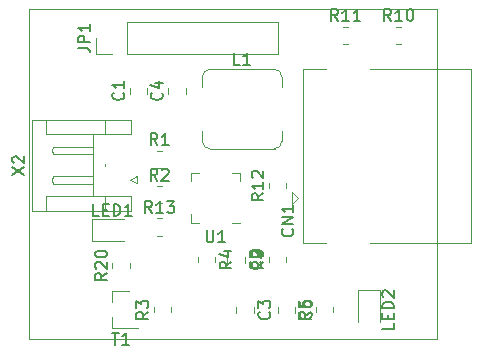
<source format=gbr>
%TF.GenerationSoftware,KiCad,Pcbnew,5.1.10-88a1d61d58~88~ubuntu18.04.1*%
%TF.CreationDate,2021-10-12T23:30:59-03:00*%
%TF.ProjectId,ConversorDCDC,436f6e76-6572-4736-9f72-444344432e6b,1.0*%
%TF.SameCoordinates,Original*%
%TF.FileFunction,Legend,Top*%
%TF.FilePolarity,Positive*%
%FSLAX46Y46*%
G04 Gerber Fmt 4.6, Leading zero omitted, Abs format (unit mm)*
G04 Created by KiCad (PCBNEW 5.1.10-88a1d61d58~88~ubuntu18.04.1) date 2021-10-12 23:30:59*
%MOMM*%
%LPD*%
G01*
G04 APERTURE LIST*
%TA.AperFunction,Profile*%
%ADD10C,0.050000*%
%TD*%
%ADD11C,0.120000*%
%ADD12C,0.150000*%
G04 APERTURE END LIST*
D10*
X80000000Y-126500000D02*
X80000000Y-98500000D01*
X114500000Y-126500000D02*
X80000000Y-126500000D01*
X114500000Y-98500000D02*
X114500000Y-126500000D01*
X80000000Y-98500000D02*
X114500000Y-98500000D01*
D11*
%TO.C,LED1*%
X85315000Y-118210000D02*
X88000000Y-118210000D01*
X85315000Y-116290000D02*
X85315000Y-118210000D01*
X88000000Y-116290000D02*
X85315000Y-116290000D01*
%TO.C,R2*%
X90772936Y-114985000D02*
X91227064Y-114985000D01*
X90772936Y-113515000D02*
X91227064Y-113515000D01*
%TO.C,R5*%
X104265000Y-124227064D02*
X104265000Y-123772936D01*
X105735000Y-124227064D02*
X105735000Y-123772936D01*
%TO.C,R9*%
X101735000Y-119977064D02*
X101735000Y-119522936D01*
X100265000Y-119977064D02*
X100265000Y-119522936D01*
%TO.C,R13*%
X90772936Y-117735000D02*
X91227064Y-117735000D01*
X90772936Y-116265000D02*
X91227064Y-116265000D01*
%TO.C,L1*%
X94640000Y-105100000D02*
X94640000Y-104250000D01*
X95250000Y-103640000D02*
X100750000Y-103640000D01*
X101360000Y-104250000D02*
X101360000Y-105100000D01*
X101360000Y-108900000D02*
X101360000Y-109750000D01*
X94640000Y-109750000D02*
X94640000Y-108900000D01*
X100750000Y-110360000D02*
X95250000Y-110360000D01*
X94640000Y-104250000D02*
G75*
G02*
X95250000Y-103640000I610000J0D01*
G01*
X100750000Y-103640000D02*
G75*
G02*
X101360000Y-104250000I0J-610000D01*
G01*
X95250000Y-110360000D02*
G75*
G02*
X94640000Y-109750000I0J610000D01*
G01*
X101360000Y-109750000D02*
G75*
G02*
X100750000Y-110360000I-610000J0D01*
G01*
%TO.C,R4*%
X95735000Y-119522936D02*
X95735000Y-119977064D01*
X94265000Y-119522936D02*
X94265000Y-119977064D01*
%TO.C,C3*%
X98985000Y-123738748D02*
X98985000Y-124261252D01*
X97515000Y-123738748D02*
X97515000Y-124261252D01*
%TO.C,R3*%
X91985000Y-124227064D02*
X91985000Y-123772936D01*
X90515000Y-124227064D02*
X90515000Y-123772936D01*
%TO.C,T1*%
X86990000Y-122420000D02*
X86990000Y-123350000D01*
X86990000Y-125580000D02*
X86990000Y-124650000D01*
X86990000Y-125580000D02*
X89150000Y-125580000D01*
X86990000Y-122420000D02*
X88450000Y-122420000D01*
%TO.C,U1*%
X94340000Y-116610000D02*
X93640000Y-116610000D01*
X93640000Y-116610000D02*
X93640000Y-115910000D01*
X97160000Y-112390000D02*
X97860000Y-112390000D01*
X97860000Y-112390000D02*
X97860000Y-113090000D01*
X94340000Y-112390000D02*
X93640000Y-112390000D01*
X93640000Y-112390000D02*
X93640000Y-113090000D01*
X97160000Y-116610000D02*
X97860000Y-116610000D01*
%TO.C,X2*%
X86410000Y-114390000D02*
X88610000Y-114390000D01*
X88610000Y-114390000D02*
X88610000Y-115610000D01*
X88610000Y-115610000D02*
X80190000Y-115610000D01*
X80190000Y-115610000D02*
X80190000Y-107890000D01*
X80190000Y-107890000D02*
X88610000Y-107890000D01*
X88610000Y-107890000D02*
X88610000Y-109110000D01*
X88610000Y-109110000D02*
X86410000Y-109110000D01*
X81410000Y-115610000D02*
X81410000Y-114390000D01*
X81410000Y-114390000D02*
X86410000Y-114390000D01*
X86410000Y-114390000D02*
X86410000Y-115610000D01*
X81410000Y-107890000D02*
X81410000Y-109110000D01*
X81410000Y-109110000D02*
X86410000Y-109110000D01*
X86410000Y-109110000D02*
X86410000Y-107890000D01*
X85410000Y-114390000D02*
X85410000Y-109110000D01*
X85410000Y-113000000D02*
X85410000Y-113320000D01*
X85410000Y-113320000D02*
X81990000Y-113320000D01*
X81990000Y-113320000D02*
X81910000Y-113000000D01*
X81910000Y-113000000D02*
X81990000Y-112680000D01*
X81990000Y-112680000D02*
X85410000Y-112680000D01*
X85410000Y-112680000D02*
X85410000Y-113000000D01*
X86410000Y-111830000D02*
X86410000Y-111670000D01*
X85410000Y-110500000D02*
X85410000Y-110820000D01*
X85410000Y-110820000D02*
X81990000Y-110820000D01*
X81990000Y-110820000D02*
X81910000Y-110500000D01*
X81910000Y-110500000D02*
X81990000Y-110180000D01*
X81990000Y-110180000D02*
X85410000Y-110180000D01*
X85410000Y-110180000D02*
X85410000Y-110500000D01*
X88500000Y-113000000D02*
X89100000Y-113300000D01*
X89100000Y-113300000D02*
X89100000Y-112700000D01*
X89100000Y-112700000D02*
X88500000Y-113000000D01*
%TO.C,JP1*%
X101030000Y-102330000D02*
X101030000Y-99670000D01*
X88270000Y-102330000D02*
X101030000Y-102330000D01*
X88270000Y-99670000D02*
X101030000Y-99670000D01*
X88270000Y-102330000D02*
X88270000Y-99670000D01*
X87000000Y-102330000D02*
X85670000Y-102330000D01*
X85670000Y-102330000D02*
X85670000Y-101000000D01*
%TO.C,R10*%
X111022936Y-100015000D02*
X111477064Y-100015000D01*
X111022936Y-101485000D02*
X111477064Y-101485000D01*
%TO.C,R1*%
X90772936Y-110515000D02*
X91227064Y-110515000D01*
X90772936Y-111985000D02*
X91227064Y-111985000D01*
%TO.C,R12*%
X100265000Y-113727064D02*
X100265000Y-113272936D01*
X101735000Y-113727064D02*
X101735000Y-113272936D01*
%TO.C,C4*%
X93235000Y-105711252D02*
X93235000Y-105188748D01*
X91765000Y-105711252D02*
X91765000Y-105188748D01*
%TO.C,C6*%
X102485000Y-123738748D02*
X102485000Y-124261252D01*
X101015000Y-123738748D02*
X101015000Y-124261252D01*
%TO.C,R20*%
X87015000Y-120477064D02*
X87015000Y-120022936D01*
X88485000Y-120477064D02*
X88485000Y-120022936D01*
%TO.C,R11*%
X106522936Y-101485000D02*
X106977064Y-101485000D01*
X106522936Y-100015000D02*
X106977064Y-100015000D01*
%TO.C,LED2*%
X109710000Y-125000000D02*
X109710000Y-122315000D01*
X109710000Y-122315000D02*
X107790000Y-122315000D01*
X107790000Y-122315000D02*
X107790000Y-125000000D01*
%TO.C,C1*%
X88515000Y-105711252D02*
X88515000Y-105188748D01*
X89985000Y-105711252D02*
X89985000Y-105188748D01*
%TO.C,C2*%
X96765000Y-119488748D02*
X96765000Y-120011252D01*
X98235000Y-119488748D02*
X98235000Y-120011252D01*
%TO.C,CN1*%
X108810000Y-118360000D02*
X117350000Y-118360000D01*
X117350000Y-118360000D02*
X117350000Y-103640000D01*
X108810000Y-103640000D02*
X117350000Y-103640000D01*
X103130000Y-118360000D02*
X103130000Y-103640000D01*
X103130000Y-118360000D02*
X105110000Y-118360000D01*
X105110000Y-103640000D02*
X103130000Y-103640000D01*
X102250000Y-115000000D02*
X102750000Y-114500000D01*
X102750000Y-114500000D02*
X102250000Y-114000000D01*
X102250000Y-114000000D02*
X102250000Y-115000000D01*
%TD*%
%TO.C,LED1*%
D12*
X85880952Y-116052380D02*
X85404761Y-116052380D01*
X85404761Y-115052380D01*
X86214285Y-115528571D02*
X86547619Y-115528571D01*
X86690476Y-116052380D02*
X86214285Y-116052380D01*
X86214285Y-115052380D01*
X86690476Y-115052380D01*
X87119047Y-116052380D02*
X87119047Y-115052380D01*
X87357142Y-115052380D01*
X87500000Y-115100000D01*
X87595238Y-115195238D01*
X87642857Y-115290476D01*
X87690476Y-115480952D01*
X87690476Y-115623809D01*
X87642857Y-115814285D01*
X87595238Y-115909523D01*
X87500000Y-116004761D01*
X87357142Y-116052380D01*
X87119047Y-116052380D01*
X88642857Y-116052380D02*
X88071428Y-116052380D01*
X88357142Y-116052380D02*
X88357142Y-115052380D01*
X88261904Y-115195238D01*
X88166666Y-115290476D01*
X88071428Y-115338095D01*
%TO.C,R2*%
X90833333Y-113052380D02*
X90500000Y-112576190D01*
X90261904Y-113052380D02*
X90261904Y-112052380D01*
X90642857Y-112052380D01*
X90738095Y-112100000D01*
X90785714Y-112147619D01*
X90833333Y-112242857D01*
X90833333Y-112385714D01*
X90785714Y-112480952D01*
X90738095Y-112528571D01*
X90642857Y-112576190D01*
X90261904Y-112576190D01*
X91214285Y-112147619D02*
X91261904Y-112100000D01*
X91357142Y-112052380D01*
X91595238Y-112052380D01*
X91690476Y-112100000D01*
X91738095Y-112147619D01*
X91785714Y-112242857D01*
X91785714Y-112338095D01*
X91738095Y-112480952D01*
X91166666Y-113052380D01*
X91785714Y-113052380D01*
%TO.C,R5*%
X103802380Y-124166666D02*
X103326190Y-124500000D01*
X103802380Y-124738095D02*
X102802380Y-124738095D01*
X102802380Y-124357142D01*
X102850000Y-124261904D01*
X102897619Y-124214285D01*
X102992857Y-124166666D01*
X103135714Y-124166666D01*
X103230952Y-124214285D01*
X103278571Y-124261904D01*
X103326190Y-124357142D01*
X103326190Y-124738095D01*
X102802380Y-123261904D02*
X102802380Y-123738095D01*
X103278571Y-123785714D01*
X103230952Y-123738095D01*
X103183333Y-123642857D01*
X103183333Y-123404761D01*
X103230952Y-123309523D01*
X103278571Y-123261904D01*
X103373809Y-123214285D01*
X103611904Y-123214285D01*
X103707142Y-123261904D01*
X103754761Y-123309523D01*
X103802380Y-123404761D01*
X103802380Y-123642857D01*
X103754761Y-123738095D01*
X103707142Y-123785714D01*
%TO.C,R9*%
X99802380Y-119916666D02*
X99326190Y-120250000D01*
X99802380Y-120488095D02*
X98802380Y-120488095D01*
X98802380Y-120107142D01*
X98850000Y-120011904D01*
X98897619Y-119964285D01*
X98992857Y-119916666D01*
X99135714Y-119916666D01*
X99230952Y-119964285D01*
X99278571Y-120011904D01*
X99326190Y-120107142D01*
X99326190Y-120488095D01*
X99802380Y-119440476D02*
X99802380Y-119250000D01*
X99754761Y-119154761D01*
X99707142Y-119107142D01*
X99564285Y-119011904D01*
X99373809Y-118964285D01*
X98992857Y-118964285D01*
X98897619Y-119011904D01*
X98850000Y-119059523D01*
X98802380Y-119154761D01*
X98802380Y-119345238D01*
X98850000Y-119440476D01*
X98897619Y-119488095D01*
X98992857Y-119535714D01*
X99230952Y-119535714D01*
X99326190Y-119488095D01*
X99373809Y-119440476D01*
X99421428Y-119345238D01*
X99421428Y-119154761D01*
X99373809Y-119059523D01*
X99326190Y-119011904D01*
X99230952Y-118964285D01*
%TO.C,R13*%
X90357142Y-115802380D02*
X90023809Y-115326190D01*
X89785714Y-115802380D02*
X89785714Y-114802380D01*
X90166666Y-114802380D01*
X90261904Y-114850000D01*
X90309523Y-114897619D01*
X90357142Y-114992857D01*
X90357142Y-115135714D01*
X90309523Y-115230952D01*
X90261904Y-115278571D01*
X90166666Y-115326190D01*
X89785714Y-115326190D01*
X91309523Y-115802380D02*
X90738095Y-115802380D01*
X91023809Y-115802380D02*
X91023809Y-114802380D01*
X90928571Y-114945238D01*
X90833333Y-115040476D01*
X90738095Y-115088095D01*
X91642857Y-114802380D02*
X92261904Y-114802380D01*
X91928571Y-115183333D01*
X92071428Y-115183333D01*
X92166666Y-115230952D01*
X92214285Y-115278571D01*
X92261904Y-115373809D01*
X92261904Y-115611904D01*
X92214285Y-115707142D01*
X92166666Y-115754761D01*
X92071428Y-115802380D01*
X91785714Y-115802380D01*
X91690476Y-115754761D01*
X91642857Y-115707142D01*
%TO.C,L1*%
X97833333Y-103252380D02*
X97357142Y-103252380D01*
X97357142Y-102252380D01*
X98690476Y-103252380D02*
X98119047Y-103252380D01*
X98404761Y-103252380D02*
X98404761Y-102252380D01*
X98309523Y-102395238D01*
X98214285Y-102490476D01*
X98119047Y-102538095D01*
%TO.C,R4*%
X97102380Y-119916666D02*
X96626190Y-120250000D01*
X97102380Y-120488095D02*
X96102380Y-120488095D01*
X96102380Y-120107142D01*
X96150000Y-120011904D01*
X96197619Y-119964285D01*
X96292857Y-119916666D01*
X96435714Y-119916666D01*
X96530952Y-119964285D01*
X96578571Y-120011904D01*
X96626190Y-120107142D01*
X96626190Y-120488095D01*
X96435714Y-119059523D02*
X97102380Y-119059523D01*
X96054761Y-119297619D02*
X96769047Y-119535714D01*
X96769047Y-118916666D01*
%TO.C,C3*%
X100287142Y-124166666D02*
X100334761Y-124214285D01*
X100382380Y-124357142D01*
X100382380Y-124452380D01*
X100334761Y-124595238D01*
X100239523Y-124690476D01*
X100144285Y-124738095D01*
X99953809Y-124785714D01*
X99810952Y-124785714D01*
X99620476Y-124738095D01*
X99525238Y-124690476D01*
X99430000Y-124595238D01*
X99382380Y-124452380D01*
X99382380Y-124357142D01*
X99430000Y-124214285D01*
X99477619Y-124166666D01*
X99382380Y-123833333D02*
X99382380Y-123214285D01*
X99763333Y-123547619D01*
X99763333Y-123404761D01*
X99810952Y-123309523D01*
X99858571Y-123261904D01*
X99953809Y-123214285D01*
X100191904Y-123214285D01*
X100287142Y-123261904D01*
X100334761Y-123309523D01*
X100382380Y-123404761D01*
X100382380Y-123690476D01*
X100334761Y-123785714D01*
X100287142Y-123833333D01*
%TO.C,R3*%
X90052380Y-124166666D02*
X89576190Y-124500000D01*
X90052380Y-124738095D02*
X89052380Y-124738095D01*
X89052380Y-124357142D01*
X89100000Y-124261904D01*
X89147619Y-124214285D01*
X89242857Y-124166666D01*
X89385714Y-124166666D01*
X89480952Y-124214285D01*
X89528571Y-124261904D01*
X89576190Y-124357142D01*
X89576190Y-124738095D01*
X89052380Y-123833333D02*
X89052380Y-123214285D01*
X89433333Y-123547619D01*
X89433333Y-123404761D01*
X89480952Y-123309523D01*
X89528571Y-123261904D01*
X89623809Y-123214285D01*
X89861904Y-123214285D01*
X89957142Y-123261904D01*
X90004761Y-123309523D01*
X90052380Y-123404761D01*
X90052380Y-123690476D01*
X90004761Y-123785714D01*
X89957142Y-123833333D01*
%TO.C,T1*%
X86988095Y-125952380D02*
X87559523Y-125952380D01*
X87273809Y-126952380D02*
X87273809Y-125952380D01*
X88416666Y-126952380D02*
X87845238Y-126952380D01*
X88130952Y-126952380D02*
X88130952Y-125952380D01*
X88035714Y-126095238D01*
X87940476Y-126190476D01*
X87845238Y-126238095D01*
%TO.C,U1*%
X94988095Y-117272380D02*
X94988095Y-118081904D01*
X95035714Y-118177142D01*
X95083333Y-118224761D01*
X95178571Y-118272380D01*
X95369047Y-118272380D01*
X95464285Y-118224761D01*
X95511904Y-118177142D01*
X95559523Y-118081904D01*
X95559523Y-117272380D01*
X96559523Y-118272380D02*
X95988095Y-118272380D01*
X96273809Y-118272380D02*
X96273809Y-117272380D01*
X96178571Y-117415238D01*
X96083333Y-117510476D01*
X95988095Y-117558095D01*
%TO.C,X2*%
X78552380Y-112559523D02*
X79552380Y-111892857D01*
X78552380Y-111892857D02*
X79552380Y-112559523D01*
X78647619Y-111559523D02*
X78600000Y-111511904D01*
X78552380Y-111416666D01*
X78552380Y-111178571D01*
X78600000Y-111083333D01*
X78647619Y-111035714D01*
X78742857Y-110988095D01*
X78838095Y-110988095D01*
X78980952Y-111035714D01*
X79552380Y-111607142D01*
X79552380Y-110988095D01*
%TO.C,JP1*%
X84122380Y-101833333D02*
X84836666Y-101833333D01*
X84979523Y-101880952D01*
X85074761Y-101976190D01*
X85122380Y-102119047D01*
X85122380Y-102214285D01*
X85122380Y-101357142D02*
X84122380Y-101357142D01*
X84122380Y-100976190D01*
X84170000Y-100880952D01*
X84217619Y-100833333D01*
X84312857Y-100785714D01*
X84455714Y-100785714D01*
X84550952Y-100833333D01*
X84598571Y-100880952D01*
X84646190Y-100976190D01*
X84646190Y-101357142D01*
X85122380Y-99833333D02*
X85122380Y-100404761D01*
X85122380Y-100119047D02*
X84122380Y-100119047D01*
X84265238Y-100214285D01*
X84360476Y-100309523D01*
X84408095Y-100404761D01*
%TO.C,R10*%
X110607142Y-99552380D02*
X110273809Y-99076190D01*
X110035714Y-99552380D02*
X110035714Y-98552380D01*
X110416666Y-98552380D01*
X110511904Y-98600000D01*
X110559523Y-98647619D01*
X110607142Y-98742857D01*
X110607142Y-98885714D01*
X110559523Y-98980952D01*
X110511904Y-99028571D01*
X110416666Y-99076190D01*
X110035714Y-99076190D01*
X111559523Y-99552380D02*
X110988095Y-99552380D01*
X111273809Y-99552380D02*
X111273809Y-98552380D01*
X111178571Y-98695238D01*
X111083333Y-98790476D01*
X110988095Y-98838095D01*
X112178571Y-98552380D02*
X112273809Y-98552380D01*
X112369047Y-98600000D01*
X112416666Y-98647619D01*
X112464285Y-98742857D01*
X112511904Y-98933333D01*
X112511904Y-99171428D01*
X112464285Y-99361904D01*
X112416666Y-99457142D01*
X112369047Y-99504761D01*
X112273809Y-99552380D01*
X112178571Y-99552380D01*
X112083333Y-99504761D01*
X112035714Y-99457142D01*
X111988095Y-99361904D01*
X111940476Y-99171428D01*
X111940476Y-98933333D01*
X111988095Y-98742857D01*
X112035714Y-98647619D01*
X112083333Y-98600000D01*
X112178571Y-98552380D01*
%TO.C,R1*%
X90833333Y-110052380D02*
X90500000Y-109576190D01*
X90261904Y-110052380D02*
X90261904Y-109052380D01*
X90642857Y-109052380D01*
X90738095Y-109100000D01*
X90785714Y-109147619D01*
X90833333Y-109242857D01*
X90833333Y-109385714D01*
X90785714Y-109480952D01*
X90738095Y-109528571D01*
X90642857Y-109576190D01*
X90261904Y-109576190D01*
X91785714Y-110052380D02*
X91214285Y-110052380D01*
X91500000Y-110052380D02*
X91500000Y-109052380D01*
X91404761Y-109195238D01*
X91309523Y-109290476D01*
X91214285Y-109338095D01*
%TO.C,R12*%
X99802380Y-114142857D02*
X99326190Y-114476190D01*
X99802380Y-114714285D02*
X98802380Y-114714285D01*
X98802380Y-114333333D01*
X98850000Y-114238095D01*
X98897619Y-114190476D01*
X98992857Y-114142857D01*
X99135714Y-114142857D01*
X99230952Y-114190476D01*
X99278571Y-114238095D01*
X99326190Y-114333333D01*
X99326190Y-114714285D01*
X99802380Y-113190476D02*
X99802380Y-113761904D01*
X99802380Y-113476190D02*
X98802380Y-113476190D01*
X98945238Y-113571428D01*
X99040476Y-113666666D01*
X99088095Y-113761904D01*
X98897619Y-112809523D02*
X98850000Y-112761904D01*
X98802380Y-112666666D01*
X98802380Y-112428571D01*
X98850000Y-112333333D01*
X98897619Y-112285714D01*
X98992857Y-112238095D01*
X99088095Y-112238095D01*
X99230952Y-112285714D01*
X99802380Y-112857142D01*
X99802380Y-112238095D01*
%TO.C,C4*%
X91177142Y-105616666D02*
X91224761Y-105664285D01*
X91272380Y-105807142D01*
X91272380Y-105902380D01*
X91224761Y-106045238D01*
X91129523Y-106140476D01*
X91034285Y-106188095D01*
X90843809Y-106235714D01*
X90700952Y-106235714D01*
X90510476Y-106188095D01*
X90415238Y-106140476D01*
X90320000Y-106045238D01*
X90272380Y-105902380D01*
X90272380Y-105807142D01*
X90320000Y-105664285D01*
X90367619Y-105616666D01*
X90605714Y-104759523D02*
X91272380Y-104759523D01*
X90224761Y-104997619D02*
X90939047Y-105235714D01*
X90939047Y-104616666D01*
%TO.C,C6*%
X103787142Y-124166666D02*
X103834761Y-124214285D01*
X103882380Y-124357142D01*
X103882380Y-124452380D01*
X103834761Y-124595238D01*
X103739523Y-124690476D01*
X103644285Y-124738095D01*
X103453809Y-124785714D01*
X103310952Y-124785714D01*
X103120476Y-124738095D01*
X103025238Y-124690476D01*
X102930000Y-124595238D01*
X102882380Y-124452380D01*
X102882380Y-124357142D01*
X102930000Y-124214285D01*
X102977619Y-124166666D01*
X102882380Y-123309523D02*
X102882380Y-123500000D01*
X102930000Y-123595238D01*
X102977619Y-123642857D01*
X103120476Y-123738095D01*
X103310952Y-123785714D01*
X103691904Y-123785714D01*
X103787142Y-123738095D01*
X103834761Y-123690476D01*
X103882380Y-123595238D01*
X103882380Y-123404761D01*
X103834761Y-123309523D01*
X103787142Y-123261904D01*
X103691904Y-123214285D01*
X103453809Y-123214285D01*
X103358571Y-123261904D01*
X103310952Y-123309523D01*
X103263333Y-123404761D01*
X103263333Y-123595238D01*
X103310952Y-123690476D01*
X103358571Y-123738095D01*
X103453809Y-123785714D01*
%TO.C,R20*%
X86552380Y-120892857D02*
X86076190Y-121226190D01*
X86552380Y-121464285D02*
X85552380Y-121464285D01*
X85552380Y-121083333D01*
X85600000Y-120988095D01*
X85647619Y-120940476D01*
X85742857Y-120892857D01*
X85885714Y-120892857D01*
X85980952Y-120940476D01*
X86028571Y-120988095D01*
X86076190Y-121083333D01*
X86076190Y-121464285D01*
X85647619Y-120511904D02*
X85600000Y-120464285D01*
X85552380Y-120369047D01*
X85552380Y-120130952D01*
X85600000Y-120035714D01*
X85647619Y-119988095D01*
X85742857Y-119940476D01*
X85838095Y-119940476D01*
X85980952Y-119988095D01*
X86552380Y-120559523D01*
X86552380Y-119940476D01*
X85552380Y-119321428D02*
X85552380Y-119226190D01*
X85600000Y-119130952D01*
X85647619Y-119083333D01*
X85742857Y-119035714D01*
X85933333Y-118988095D01*
X86171428Y-118988095D01*
X86361904Y-119035714D01*
X86457142Y-119083333D01*
X86504761Y-119130952D01*
X86552380Y-119226190D01*
X86552380Y-119321428D01*
X86504761Y-119416666D01*
X86457142Y-119464285D01*
X86361904Y-119511904D01*
X86171428Y-119559523D01*
X85933333Y-119559523D01*
X85742857Y-119511904D01*
X85647619Y-119464285D01*
X85600000Y-119416666D01*
X85552380Y-119321428D01*
%TO.C,R11*%
X106107142Y-99552380D02*
X105773809Y-99076190D01*
X105535714Y-99552380D02*
X105535714Y-98552380D01*
X105916666Y-98552380D01*
X106011904Y-98600000D01*
X106059523Y-98647619D01*
X106107142Y-98742857D01*
X106107142Y-98885714D01*
X106059523Y-98980952D01*
X106011904Y-99028571D01*
X105916666Y-99076190D01*
X105535714Y-99076190D01*
X107059523Y-99552380D02*
X106488095Y-99552380D01*
X106773809Y-99552380D02*
X106773809Y-98552380D01*
X106678571Y-98695238D01*
X106583333Y-98790476D01*
X106488095Y-98838095D01*
X108011904Y-99552380D02*
X107440476Y-99552380D01*
X107726190Y-99552380D02*
X107726190Y-98552380D01*
X107630952Y-98695238D01*
X107535714Y-98790476D01*
X107440476Y-98838095D01*
%TO.C,LED2*%
X110852380Y-125119047D02*
X110852380Y-125595238D01*
X109852380Y-125595238D01*
X110328571Y-124785714D02*
X110328571Y-124452380D01*
X110852380Y-124309523D02*
X110852380Y-124785714D01*
X109852380Y-124785714D01*
X109852380Y-124309523D01*
X110852380Y-123880952D02*
X109852380Y-123880952D01*
X109852380Y-123642857D01*
X109900000Y-123500000D01*
X109995238Y-123404761D01*
X110090476Y-123357142D01*
X110280952Y-123309523D01*
X110423809Y-123309523D01*
X110614285Y-123357142D01*
X110709523Y-123404761D01*
X110804761Y-123500000D01*
X110852380Y-123642857D01*
X110852380Y-123880952D01*
X109947619Y-122928571D02*
X109900000Y-122880952D01*
X109852380Y-122785714D01*
X109852380Y-122547619D01*
X109900000Y-122452380D01*
X109947619Y-122404761D01*
X110042857Y-122357142D01*
X110138095Y-122357142D01*
X110280952Y-122404761D01*
X110852380Y-122976190D01*
X110852380Y-122357142D01*
%TO.C,C1*%
X87927142Y-105616666D02*
X87974761Y-105664285D01*
X88022380Y-105807142D01*
X88022380Y-105902380D01*
X87974761Y-106045238D01*
X87879523Y-106140476D01*
X87784285Y-106188095D01*
X87593809Y-106235714D01*
X87450952Y-106235714D01*
X87260476Y-106188095D01*
X87165238Y-106140476D01*
X87070000Y-106045238D01*
X87022380Y-105902380D01*
X87022380Y-105807142D01*
X87070000Y-105664285D01*
X87117619Y-105616666D01*
X88022380Y-104664285D02*
X88022380Y-105235714D01*
X88022380Y-104950000D02*
X87022380Y-104950000D01*
X87165238Y-105045238D01*
X87260476Y-105140476D01*
X87308095Y-105235714D01*
%TO.C,C2*%
X99537142Y-119916666D02*
X99584761Y-119964285D01*
X99632380Y-120107142D01*
X99632380Y-120202380D01*
X99584761Y-120345238D01*
X99489523Y-120440476D01*
X99394285Y-120488095D01*
X99203809Y-120535714D01*
X99060952Y-120535714D01*
X98870476Y-120488095D01*
X98775238Y-120440476D01*
X98680000Y-120345238D01*
X98632380Y-120202380D01*
X98632380Y-120107142D01*
X98680000Y-119964285D01*
X98727619Y-119916666D01*
X98727619Y-119535714D02*
X98680000Y-119488095D01*
X98632380Y-119392857D01*
X98632380Y-119154761D01*
X98680000Y-119059523D01*
X98727619Y-119011904D01*
X98822857Y-118964285D01*
X98918095Y-118964285D01*
X99060952Y-119011904D01*
X99632380Y-119583333D01*
X99632380Y-118964285D01*
%TO.C,CN1*%
X102257142Y-117140476D02*
X102304761Y-117188095D01*
X102352380Y-117330952D01*
X102352380Y-117426190D01*
X102304761Y-117569047D01*
X102209523Y-117664285D01*
X102114285Y-117711904D01*
X101923809Y-117759523D01*
X101780952Y-117759523D01*
X101590476Y-117711904D01*
X101495238Y-117664285D01*
X101400000Y-117569047D01*
X101352380Y-117426190D01*
X101352380Y-117330952D01*
X101400000Y-117188095D01*
X101447619Y-117140476D01*
X102352380Y-116711904D02*
X101352380Y-116711904D01*
X102352380Y-116140476D01*
X101352380Y-116140476D01*
X102352380Y-115140476D02*
X102352380Y-115711904D01*
X102352380Y-115426190D02*
X101352380Y-115426190D01*
X101495238Y-115521428D01*
X101590476Y-115616666D01*
X101638095Y-115711904D01*
%TD*%
M02*

</source>
